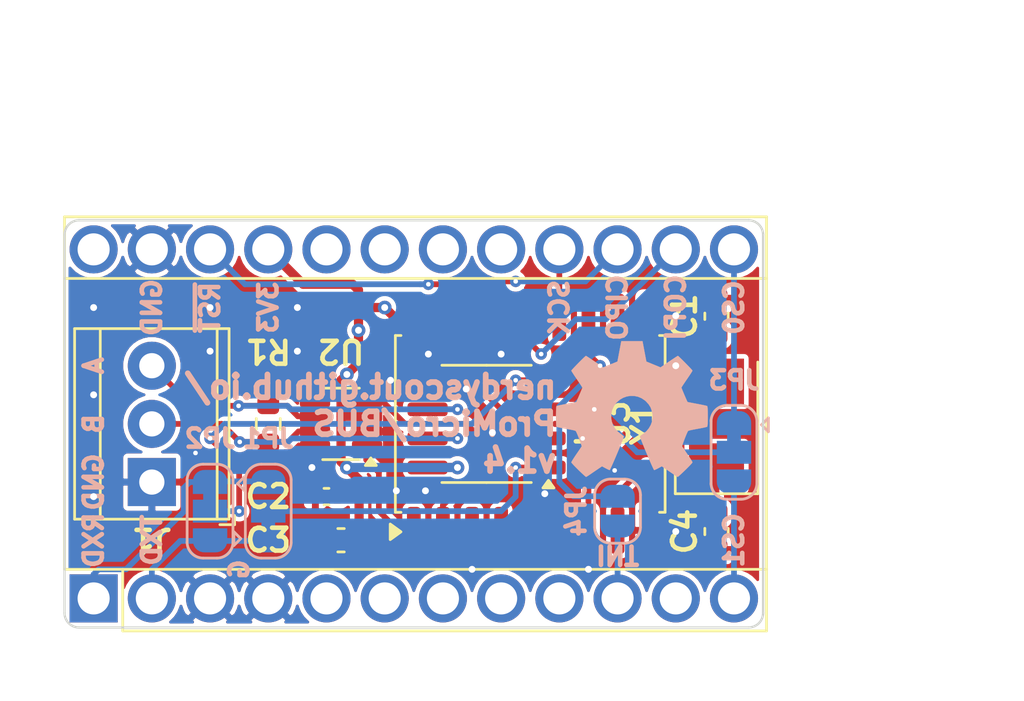
<source format=kicad_pcb>
(kicad_pcb (version 20240108) (generator "pcbnew") (generator_version "8.0")
  (title_block (title "BUS") (date "2020-10-12") (rev "v1.4") (company "nerdyscout"))
  (layers (0 "F.Cu" mixed) (31 "B.Cu" mixed) (34 "B.Paste" user) (35 "F.Paste" user) (36 "B.SilkS" user "B.Silkscreen") (37 "F.SilkS" user "F.Silkscreen") (38 "B.Mask" user) (39 "F.Mask" user) (44 "Edge.Cuts" user))
  (net 0 "")
  (net 1 "GND")
  (net 2 "+3V3")
  (net 3 "/A")
  (net 4 "/B")
  (net 5 "Net-(U2-Pad1)")
  (net 6 "Net-(JP1-Pad2)")
  (net 7 "Net-(JP2-Pad2)")
  (net 8 "Net-(C1-Pad2)")
  (net 9 "Net-(U2-Pad4)")
  (net 10 "RXD")
  (net 11 "TXD")
  (net 12 "CS0")
  (net 13 "COPI")
  (net 14 "CIPO")
  (net 15 "SCK")
  (net 16 "INT")
  (net 17 "CS1")
  (net 18 "~{RST}")
  (net 19 "Net-(C4-Pad1)")
  (net 20 "CS")
  (net 21 "Net-(JP4-Pad1)")
  (footprint "Resistor_SMD:R_0603_1608Metric" (layer "F.Cu") (at 114.3 96.52 90)
    (property "Reference" "R1" (at 3.175 0 180) (layer "F.SilkS") (effects (font (thickness 0.2))))
    (property "Value" "120" (hide yes))
    (fp_line (start -0.237258 -0.5225) (end 0.237258 -0.5225) (stroke (width 0.12)) (layer "F.SilkS"))
    (fp_line (start -0.237258 0.5225) (end 0.237258 0.5225) (stroke (width 0.12)) (layer "F.SilkS"))
    (pad "1" smd roundrect (at -0.825 0 90) (size 0.8 0.95) (layers "F.Cu" "F.Paste" "F.Mask") (net 4 "/B"))
    (pad "2" smd roundrect (at 0.825 0 90) (size 0.8 0.95) (layers "F.Cu" "F.Paste" "F.Mask") (net 3 "/A"))
  )
  (footprint "Package_TO_SOT_SMD:SOT-23-8" (layer "F.Cu") (at 117.475 96.52 180)
    (property "Reference" "U2" (at 0 3.175 180) (layer "F.SilkS") (effects (font (thickness 0.2))))
    (property "Value" "MAX3051" (hide yes))
    (fp_line (start 0 1.56) (end 0.8 1.56) (stroke (width 0.12)) (layer "F.SilkS"))
    (fp_line (start 0 1.56) (end -0.8 1.56) (stroke (width 0.12)) (layer "F.SilkS"))
    (fp_line (start 0 -1.56) (end 0.8 -1.56) (stroke (width 0.12)) (layer "F.SilkS"))
    (fp_line (start 0 -1.56) (end -0.8 -1.56) (stroke (width 0.12)) (layer "F.SilkS"))
    (fp_poly (pts (xy -1.3 -1.485) (xy -1.54 -1.815) (xy -1.06 -1.815) (xy -1.3 -1.485)) (stroke (width 0.12)) (fill solid) (layer "F.SilkS"))
    (pad "1" smd roundrect (at -1.1375 -0.975 180) (size 1.325 0.5) (layers "F.Cu" "F.Paste" "F.Mask") (net 5 "Net-(U2-Pad1)"))
    (pad "2" smd roundrect (at -1.1375 -0.325 180) (size 1.325 0.5) (layers "F.Cu" "F.Paste" "F.Mask") (net 1 "GND"))
    (pad "3" smd roundrect (at -1.1375 0.325 180) (size 1.325 0.5) (layers "F.Cu" "F.Paste" "F.Mask") (net 2 "+3V3"))
    (pad "4" smd roundrect (at -1.1375 0.975 180) (size 1.325 0.5) (layers "F.Cu" "F.Paste" "F.Mask") (net 9 "Net-(U2-Pad4)"))
    (pad "5" smd roundrect (at 1.1375 0.975 180) (size 1.325 0.5) (layers "F.Cu" "F.Paste" "F.Mask"))
    (pad "6" smd roundrect (at 1.1375 0.325 180) (size 1.325 0.5) (layers "F.Cu" "F.Paste" "F.Mask") (net 3 "/A"))
    (pad "7" smd roundrect (at 1.1375 -0.325 180) (size 1.325 0.5) (layers "F.Cu" "F.Paste" "F.Mask") (net 4 "/B"))
    (pad "8" smd roundrect (at 1.1375 -0.975 180) (size 1.325 0.5) (layers "F.Cu" "F.Paste" "F.Mask") (net 1 "GND"))
  )
  (footprint "Capacitor_SMD:C_0603_1608Metric" (layer "F.Cu") (at 133.858 101.219 -90)
    (property "Reference" "C4" (at 0 1.397 90) (layer "F.SilkS") (effects (font (thickness 0.2))))
    (property "Value" "C" (hide yes))
    (fp_line (start -0.14058 0.51) (end 0.14058 0.51) (stroke (width 0.12)) (layer "F.SilkS"))
    (fp_line (start -0.14058 -0.51) (end 0.14058 -0.51) (stroke (width 0.12)) (layer "F.SilkS"))
    (pad "1" smd roundrect (at -0.775 0 270) (size 0.9 0.95) (layers "F.Cu" "F.Paste" "F.Mask") (net 19 "Net-(C4-Pad1)"))
    (pad "2" smd roundrect (at 0.775 0 270) (size 0.9 0.95) (layers "F.Cu" "F.Paste" "F.Mask") (net 1 "GND"))
  )
  (footprint "Crystal:Crystal_SMD_5032-2Pin_5.0x3.2mm" (layer "F.Cu") (at 133.858 96.52 90)
    (property "Reference" "Y1" (at 0 -3.175 90) (layer "F.SilkS") (effects (font (thickness 0.2))))
    (property "Value" "Crystal" (hide yes))
    (fp_line (start 2.7 -1.8) (end -3.05 -1.8) (stroke (width 0.12)) (layer "F.SilkS"))
    (fp_line (start -3.05 -1.8) (end -3.05 1.8) (stroke (width 0.12)) (layer "F.SilkS"))
    (fp_line (start -3.05 1.8) (end 2.7 1.8) (stroke (width 0.12)) (layer "F.SilkS"))
    (pad "1" smd rect (at -1.85 0 90) (size 2 2.4) (layers "F.Cu" "F.Paste" "F.Mask") (net 19 "Net-(C4-Pad1)"))
    (pad "2" smd rect (at 1.85 0 90) (size 2 2.4) (layers "F.Cu" "F.Paste" "F.Mask") (net 8 "Net-(C1-Pad2)"))
  )
  (footprint "Capacitor_SMD:C_0603_1608Metric" (layer "F.Cu") (at 133.858 91.821 -90)
    (property "Reference" "C1" (at 0 1.397 90) (layer "F.SilkS") (effects (font (thickness 0.2))))
    (property "Value" "C" (hide yes))
    (fp_line (start -0.14058 0.51) (end 0.14058 0.51) (stroke (width 0.12)) (layer "F.SilkS"))
    (fp_line (start -0.14058 -0.51) (end 0.14058 -0.51) (stroke (width 0.12)) (layer "F.SilkS"))
    (pad "1" smd roundrect (at -0.775 0 270) (size 0.9 0.95) (layers "F.Cu" "F.Paste" "F.Mask") (net 1 "GND"))
    (pad "2" smd roundrect (at 0.775 0 270) (size 0.9 0.95) (layers "F.Cu" "F.Paste" "F.Mask") (net 8 "Net-(C1-Pad2)"))
  )
  (footprint "Package_SO:SO-8_3.9x4.9mm_P1.27mm" (layer "F.Cu") (at 123.825 96.52 180)
    (property "Reference" "U1" (at -4.445 0 -90) (layer "F.SilkS") (effects (font (thickness 0.2))))
    (property "Value" "MAX3483" (hide yes))
    (fp_line (start 0 2.56) (end 1.95 2.56) (stroke (width 0.12)) (layer "F.SilkS"))
    (fp_line (start 0 2.56) (end -1.95 2.56) (stroke (width 0.12)) (layer "F.SilkS"))
    (fp_line (start 0 -2.56) (end 1.95 -2.56) (stroke (width 0.12)) (layer "F.SilkS"))
    (fp_line (start 0 -2.56) (end -1.95 -2.56) (stroke (width 0.12)) (layer "F.SilkS"))
    (fp_poly (pts (xy -2.7 -2.465) (xy -2.94 -2.795) (xy -2.46 -2.795) (xy -2.7 -2.465)) (stroke (width 0.12)) (fill solid) (layer "F.SilkS"))
    (pad "1" smd roundrect (at -2.575 -1.905 180) (size 1.75 0.6) (layers "F.Cu" "F.Paste" "F.Mask") (net 6 "Net-(JP1-Pad2)"))
    (pad "2" smd roundrect (at -2.575 -0.635 180) (size 1.75 0.6) (layers "F.Cu" "F.Paste" "F.Mask") (net 20 "CS"))
    (pad "3" smd roundrect (at -2.575 0.635 180) (size 1.75 0.6) (layers "F.Cu" "F.Paste" "F.Mask") (net 20 "CS"))
    (pad "4" smd roundrect (at -2.575 1.905 180) (size 1.75 0.6) (layers "F.Cu" "F.Paste" "F.Mask") (net 7 "Net-(JP2-Pad2)"))
    (pad "5" smd roundrect (at 2.575 1.905 180) (size 1.75 0.6) (layers "F.Cu" "F.Paste" "F.Mask") (net 1 "GND"))
    (pad "6" smd roundrect (at 2.575 0.635 180) (size 1.75 0.6) (layers "F.Cu" "F.Paste" "F.Mask") (net 3 "/A"))
    (pad "7" smd roundrect (at 2.575 -0.635 180) (size 1.75 0.6) (layers "F.Cu" "F.Paste" "F.Mask") (net 4 "/B"))
    (pad "8" smd roundrect (at 2.575 -1.905 180) (size 1.75 0.6) (layers "F.Cu" "F.Paste" "F.Mask") (net 2 "+3V3"))
  )
  (footprint "Package_SO:SOIC-18W_7.5x11.6mm_P1.27mm" (layer "F.Cu") (at 125.73 96.52 90)
    (property "Reference" "U3" (at 0 3.81 90) (layer "F.SilkS") (effects (font (thickness 0.2))))
    (property "Value" "MCP2515-xSO" (hide yes))
    (fp_line (start 3.86 -5.885) (end 3.86 -5.64) (stroke (width 0.12)) (layer "F.SilkS"))
    (fp_line (start 0 -5.885) (end 3.86 -5.885) (stroke (width 0.12)) (layer "F.SilkS"))
    (fp_line (start 0 -5.885) (end -3.86 -5.885) (stroke (width 0.12)) (layer "F.SilkS"))
    (fp_line (start -3.86 -5.885) (end -3.86 -5.64) (stroke (width 0.12)) (layer "F.SilkS"))
    (fp_line (start 3.86 5.885) (end 3.86 5.64) (stroke (width 0.12)) (layer "F.SilkS"))
    (fp_line (start 0 5.885) (end 3.86 5.885) (stroke (width 0.12)) (layer "F.SilkS"))
    (fp_line (start 0 5.885) (end -3.86 5.885) (stroke (width 0.12)) (layer "F.SilkS"))
    (fp_line (start -3.86 5.885) (end -3.86 5.64) (stroke (width 0.12)) (layer "F.SilkS"))
    (fp_poly (pts (xy -4.7125 -5.64) (xy -5.0525 -6.11) (xy -4.3725 -6.11) (xy -4.7125 -5.64)) (stroke (width 0.12)) (fill solid) (layer "F.SilkS"))
    (pad "1" smd roundrect (at -4.65 -5.08 90) (size 2.05 0.6) (layers "F.Cu" "F.Paste" "F.Mask") (net 5 "Net-(U2-Pad1)"))
    (pad "2" smd roundrect (at -4.65 -3.81 90) (size 2.05 0.6) (layers "F.Cu" "F.Paste" "F.Mask") (net 9 "Net-(U2-Pad4)"))
    (pad "3" smd roundrect (at -4.65 -2.54 90) (size 2.05 0.6) (layers "F.Cu" "F.Paste" "F.Mask"))
    (pad "4" smd roundrect (at -4.65 -1.27 90) (size 2.05 0.6) (layers "F.Cu" "F.Paste" "F.Mask"))
    (pad "5" smd roundrect (at -4.65 0 90) (size 2.05 0.6) (layers "F.Cu" "F.Paste" "F.Mask"))
    (pad "6" smd roundrect (at -4.65 1.27 90) (size 2.05 0.6) (layers "F.Cu" "F.Paste" "F.Mask"))
    (pad "7" smd roundrect (at -4.65 2.54 90) (size 2.05 0.6) (layers "F.Cu" "F.Paste" "F.Mask") (net 8 "Net-(C1-Pad2)"))
    (pad "8" smd roundrect (at -4.65 3.81 90) (size 2.05 0.6) (layers "F.Cu" "F.Paste" "F.Mask") (net 19 "Net-(C4-Pad1)"))
    (pad "9" smd roundrect (at -4.65 5.08 90) (size 2.05 0.6) (layers "F.Cu" "F.Paste" "F.Mask") (net 1 "GND"))
    (pad "10" smd roundrect (at 4.65 5.08 90) (size 2.05 0.6) (layers "F.Cu" "F.Paste" "F.Mask"))
    (pad "11" smd roundrect (at 4.65 3.81 90) (size 2.05 0.6) (layers "F.Cu" "F.Paste" "F.Mask"))
    (pad "12" smd roundrect (at 4.65 2.54 90) (size 2.05 0.6) (layers "F.Cu" "F.Paste" "F.Mask") (net 21 "Net-(JP4-Pad1)"))
    (pad "13" smd roundrect (at 4.65 1.27 90) (size 2.05 0.6) (layers "F.Cu" "F.Paste" "F.Mask") (net 15 "SCK"))
    (pad "14" smd roundrect (at 4.65 0 90) (size 2.05 0.6) (layers "F.Cu" "F.Paste" "F.Mask") (net 13 "COPI"))
    (pad "15" smd roundrect (at 4.65 -1.27 90) (size 2.05 0.6) (layers "F.Cu" "F.Paste" "F.Mask") (net 14 "CIPO"))
    (pad "16" smd roundrect (at 4.65 -2.54 90) (size 2.05 0.6) (layers "F.Cu" "F.Paste" "F.Mask") (net 20 "CS"))
    (pad "17" smd roundrect (at 4.65 -3.81 90) (size 2.05 0.6) (layers "F.Cu" "F.Paste" "F.Mask") (net 18 "~{RST}"))
    (pad "18" smd roundrect (at 4.65 -5.08 90) (size 2.05 0.6) (layers "F.Cu" "F.Paste" "F.Mask") (net 2 "+3V3"))
  )
  (footprint "TerminalBlock_TE-Connectivity:TerminalBlock_TE_282834-3_1x03_P2.54mm_Horizontal" (layer "F.Cu") (at 109.22 99.06 90)
    (property "Reference" "J1" (at -2.54 0 180) (layer "F.SilkS") (effects (font (thickness 0.2))))
    (property "Value" "Conn_01x03" (hide yes))
    (fp_line (start 6.7 -3.37) (end 6.7 3.37) (stroke (width 0.12)) (layer "F.SilkS"))
    (fp_line (start -1.62 -3.37) (end 6.7 -3.37) (stroke (width 0.12)) (layer "F.SilkS"))
    (fp_line (start -1.62 -3.37) (end -1.62 3.37) (stroke (width 0.12)) (layer "F.SilkS"))
    (fp_line (start -1.62 -2.25) (end 6.7 -2.25) (stroke (width 0.12)) (layer "F.SilkS"))
    (fp_line (start -1.62 2.85) (end 6.7 2.85) (stroke (width 0.12)) (layer "F.SilkS"))
    (fp_line (start -1.86 2.97) (end -1.86 3.61) (stroke (width 0.12)) (layer "F.SilkS"))
    (fp_line (start -1.62 3.37) (end 6.7 3.37) (stroke (width 0.12)) (layer "F.SilkS"))
    (fp_line (start -1.86 3.61) (end -1.46 3.61) (stroke (width 0.12)) (layer "F.SilkS"))
    (pad "1" thru_hole rect (at 0 0 90) (size 2.1 2.1) (drill 1.1) (layers "*.Cu" "*.Mask") (net 1 "GND"))
    (pad "2" thru_hole circle (at 2.54 0 90) (size 2.1 2.1) (drill 1.1) (layers "*.Cu" "*.Mask") (net 4 "/B"))
    (pad "3" thru_hole circle (at 5.08 0 90) (size 2.1 2.1) (drill 1.1) (layers "*.Cu" "*.Mask") (net 3 "/A"))
  )
  (footprint "Module:Sparkfun_Pro_Micro" (layer "F.Cu") (at 106.68 104.14 90)
    (property "Reference" "A1" (hide yes))
    (property "Value" "Sparkfun_Pro_Micro")
    (fp_line (start 16.66 -1.27) (end 1.27 -1.27) (stroke (width 0.12)) (layer "F.SilkS"))
    (fp_line (start 13.97 -1.27) (end 13.97 29.36) (stroke (width 0.12)) (layer "F.SilkS"))
    (fp_line (start 1.27 -1.27) (end 1.27 29.36) (stroke (width 0.12)) (layer "F.SilkS"))
    (fp_line (start 1.27 1.27) (end -1.42 1.27) (stroke (width 0.12)) (layer "F.SilkS"))
    (fp_line (start -1.42 1.27) (end -1.42 29.36) (stroke (width 0.12)) (layer "F.SilkS"))
    (fp_line (start 16.66 29.36) (end 16.66 -1.27) (stroke (width 0.12)) (layer "F.SilkS"))
    (fp_line (start -1.42 29.36) (end 16.66 29.36) (stroke (width 0.12)) (layer "F.SilkS"))
    (pad "1" thru_hole rect (at 0 0 90) (size 2.1 2.1) (drill 1.4) (layers "*.Cu" "*.Mask") (net 10 "RXD"))
    (pad "2" thru_hole circle (at 0 2.54 90) (size 2.1 2.1) (drill 1.4) (layers "*.Cu" "*.Mask") (net 11 "TXD"))
    (pad "3" thru_hole circle (at 0 5.08 90) (size 2.1 2.1) (drill 1.4) (layers "*.Cu" "*.Mask") (net 1 "GND"))
    (pad "4" thru_hole circle (at 0 7.62 90) (size 2.1 2.1) (drill 1.4) (layers "*.Cu" "*.Mask") (net 1 "GND"))
    (pad "5" thru_hole circle (at 0 10.16 90) (size 2.1 2.1) (drill 1.4) (layers "*.Cu" "*.Mask"))
    (pad "6" thru_hole circle (at 0 12.7 90) (size 2.1 2.1) (drill 1.4) (layers "*.Cu" "*.Mask"))
    (pad "7" thru_hole circle (at 0 15.24 90) (size 2.1 2.1) (drill 1.4) (layers "*.Cu" "*.Mask"))
    (pad "8" thru_hole circle (at 0 17.78 90) (size 2.1 2.1) (drill 1.4) (layers "*.Cu" "*.Mask"))
    (pad "9" thru_hole circle (at 0 20.32 90) (size 2.1 2.1) (drill 1.4) (layers "*.Cu" "*.Mask"))
    (pad "10" thru_hole circle (at 0 22.86 90) (size 2.1 2.1) (drill 1.4) (layers "*.Cu" "*.Mask") (net 16 "INT"))
    (pad "11" thru_hole circle (at 0 25.4 90) (size 2.1 2.1) (drill 1.4) (layers "*.Cu" "*.Mask"))
    (pad "12" thru_hole circle (at 0 27.94 90) (size 2.1 2.1) (drill 1.4) (layers "*.Cu" "*.Mask") (net 17 "CS1"))
    (pad "13" thru_hole circle (at 15.24 27.94 90) (size 2.1 2.1) (drill 1.4) (layers "*.Cu" "*.Mask") (net 12 "CS0"))
    (pad "14" thru_hole circle (at 15.24 25.4 90) (size 2.1 2.1) (drill 1.4) (layers "*.Cu" "*.Mask") (net 13 "COPI"))
    (pad "15" thru_hole circle (at 15.24 22.86 90) (size 2.1 2.1) (drill 1.4) (layers "*.Cu" "*.Mask") (net 14 "CIPO"))
    (pad "16" thru_hole circle (at 15.24 20.32 90) (size 2.1 2.1) (drill 1.4) (layers "*.Cu" "*.Mask") (net 15 "SCK"))
    (pad "17" thru_hole circle (at 15.24 17.78 90) (size 2.1 2.1) (drill 1.4) (layers "*.Cu" "*.Mask"))
    (pad "18" thru_hole circle (at 15.24 15.24 90) (size 2.1 2.1) (drill 1.4) (layers "*.Cu" "*.Mask"))
    (pad "19" thru_hole circle (at 15.24 12.7 90) (size 2.1 2.1) (drill 1.4) (layers "*.Cu" "*.Mask"))
    (pad "20" thru_hole circle (at 15.24 10.16 90) (size 2.1 2.1) (drill 1.4) (layers "*.Cu" "*.Mask"))
    (pad "21" thru_hole circle (at 15.24 7.62 90) (size 2.1 2.1) (drill 1.4) (layers "*.Cu" "*.Mask") (net 2 "+3V3"))
    (pad "22" thru_hole circle (at 15.24 5.08 90) (size 2.1 2.1) (drill 1.4) (layers "*.Cu" "*.Mask") (net 18 "~{RST}"))
    (pad "23" thru_hole circle (at 15.24 2.54 90) (size 2.1 2.1) (drill 1.4) (layers "*.Cu" "*.Mask") (net 1 "GND"))
    (pad "24" thru_hole circle (at 15.24 0 90) (size 2.1 2.1) (drill 1.4) (layers "*.Cu" "*.Mask"))
  )
  (footprint "Capacitor_SMD:C_0402_1005Metric" (layer "F.Cu") (at 116.84 99.695 180)
    (property "Reference" "C2" (at 2.54 0 0) (layer "F.SilkS") (effects (font (thickness 0.2))))
    (property "Value" "100n")
    (fp_line (start -0.107836 0.36) (end 0.107836 0.36) (stroke (width 0.12)) (layer "F.SilkS"))
    (fp_line (start -0.107836 -0.36) (end 0.107836 -0.36) (stroke (width 0.12)) (layer "F.SilkS"))
    (pad "1" smd roundrect (at -0.48 0 180) (size 0.56 0.62) (layers "F.Cu" "F.Paste" "F.Mask") (net 2 "+3V3"))
    (pad "2" smd roundrect (at 0.48 0 180) (size 0.56 0.62) (layers "F.Cu" "F.Paste" "F.Mask") (net 1 "GND"))
  )
  (footprint "Capacitor_SMD:C_0603_1608Metric" (layer "F.Cu") (at 117.475 101.6 180)
    (property "Reference" "C3" (at 3.175 0 0) (layer "F.SilkS") (effects (font (thickness 0.2))))
    (property "Value" "10µ")
    (fp_line (start -0.14058 0.51) (end 0.14058 0.51) (stroke (width 0.12)) (layer "F.SilkS"))
    (fp_line (start -0.14058 -0.51) (end 0.14058 -0.51) (stroke (width 0.12)) (layer "F.SilkS"))
    (pad "1" smd roundrect (at -0.775 0 180) (size 0.9 0.95) (layers "F.Cu" "F.Paste" "F.Mask") (net 2 "+3V3"))
    (pad "2" smd roundrect (at 0.775 0 180) (size 0.9 0.95) (layers "F.Cu" "F.Paste" "F.Mask") (net 1 "GND"))
  )
  (footprint "Symbol:OSHW-Symbol_6.7x6mm_SilkScreen" (layer "B.Cu") (at 130.175 95.885 180)
    (property "Reference" "LOGO1" (hide yes))
    (property "Value" "Logo_Open_Hardware_Small" (hide yes))
    (fp_poly (pts (xy 0.555814 2.531069) (xy 0.639635 2.086445) (xy 0.94892 1.958947) (xy 1.258206 1.831449) (xy 1.629246 2.083754) (xy 1.733157 2.154004) (xy 1.827087 2.216728) (xy 1.906652 2.269062) (xy 1.96747 2.308143) (xy 2.005157 2.331107) (xy 2.015421 2.336058) (xy 2.03391 2.323324) (xy 2.07342 2.288118) (xy 2.129522 2.234938) (xy 2.197787 2.168282) (xy 2.273786 2.092646) (xy 2.353092 2.012528) (xy 2.431275 1.932426) (xy 2.503907 1.856836) (xy 2.566559 1.790255) (xy 2.614803 1.737182) (xy 2.64421 1.702113) (xy 2.651241 1.690377) (xy 2.641123 1.66874) (xy 2.612759 1.621338) (xy 2.569129 1.552807) (xy 2.513218 1.467785) (xy 2.448006 1.370907) (xy 2.410219 1.31565) (xy 2.341343 1.214752) (xy 2.28014 1.123701) (xy 2.229578 1.04703) (xy 2.192628 0.989272) (xy 2.172258 0.954957) (xy 2.169197 0.947746) (xy 2.176136 0.927252) (xy 2.195051 0.879487) (xy 2.223087 0.811168) (xy 2.257391 0.729011) (xy 2.295109 0.63973) (xy 2.333387 0.550042) (xy 2.36937 0.466662) (xy 2.400206 0.396306) (xy 2.423039 0.34569) (xy 2.435017 0.321529) (xy 2.435724 0.320578) (xy 2.454531 0.315964) (xy 2.504618 0.305672) (xy 2.580793 0.290713) (xy 2.677865 0.272099) (xy 2.790643 0.250841) (xy 2.856442 0.238582) (xy 2.97695 0.215638) (xy 3.085797 0.193805) (xy 3.177476 0.174278) (xy 3.246481 0.158252) (xy 3.287304 0.146921) (xy 3.295511 0.143326) (xy 3.303548 0.118994) (xy 3.310033 0.064041) (xy 3.31497 -0.015108) (xy 3.318364 -0.112026) (xy 3.320218 -0.220287) (xy 3.320538 -0.333465) (xy 3.319327 -0.445135) (xy 3.31659 -0.548868) (xy 3.312331 -0.638241) (xy 3.306555 -0.706826) (xy 3.299267 -0.748197) (xy 3.294895 -0.75681) (xy 3.268764 -0.767133) (xy 3.213393 -0.781892) (xy 3.136107 -0.799352) (xy 3.04423 -0.81778) (xy 3.012158 -0.823741) (xy 2.857524 -0.852066) (xy 2.735375 -0.874876) (xy 2.641673 -0.89308) (xy 2.572384 -0.907583) (xy 2.523471 -0.919292) (xy 2.490897 -0.929115) (xy 2.470628 -0.937956) (xy 2.458626 -0.946724) (xy 2.456947 -0.948457) (xy 2.440184 -0.976371) (xy 2.414614 -1.030695) (xy 2.382788 -1.104777) (xy 2.34726 -1.191965) (xy 2.310583 -1.285608) (xy 2.275311 -1.379052) (xy 2.243996 -1.465647) (xy 2.219193 -1.53874) (xy 2.203454 -1.591678) (xy 2.199332 -1.617811) (xy 2.199676 -1.618726) (xy 2.213641 -1.640086) (xy 2.245322 -1.687084) (xy 2.291391 -1.754827) (xy 2.348518 -1.838423) (xy 2.413373 -1.932982) (xy 2.431843 -1.959854) (xy 2.497699 -2.057275) (xy 2.55565 -2.146163) (xy 2.602538 -2.221412) (xy 2.635207 -2.27792) (xy 2.6505 -2.310581) (xy 2.651241 -2.314593) (xy 2.638392 -2.335684) (xy 2.602888 -2.377464) (xy 2.549293 -2.435445) (xy 2.482171 -2.505135) (xy 2.406087 -2.582045) (xy 2.325604 -2.661683) (xy 2.245287 -2.739561) (xy 2.169699 -2.811186) (xy 2.103405 -2.87207) (xy 2.050969 -2.917721) (xy 2.016955 -2.94365) (xy 2.007545 -2.947883) (xy 1.985643 -2.937912) (xy 1.9408 -2.91102) (xy 1.880321 -2.871736) (xy 1.833789 -2.840117) (xy 1.749475 -2.782098) (xy 1.649626 -2.713784) (xy 1.549473 -2.645579) (xy 1.495627 -2.609075) (xy 1.313371 -2.4858) (xy 1.160381 -2.56852) (xy 1.090682 -2.604759) (xy 1.031414 -2.632926) (xy 0.991311 -2.648991) (xy 0.981103 -2.651226) (xy 0.968829 -2.634722) (xy 0.944613 -2.588082) (xy 0.910263 -2.515609) (xy 0.867588 -2.421606) (xy 0.818394 -2.310374) (xy 0.76449 -2.186215) (xy 0.707684 -2.053432) (xy 0.649782 -1.916327) (xy 0.592593 -1.779202) (xy 0.537924 -1.646358) (xy 0.487584 -1.522098) (xy 0.44338 -1.410725) (xy 0.407119 -1.316539) (xy 0.380609 -1.243844) (xy 0.365658 -1.196941) (xy 0.363254 -1.180833) (xy 0.382311 -1.160286) (xy 0.424036 -1.126933) (xy 0.479706 -1.087702) (xy 0.484378 -1.084599) (xy 0.628264 -0.969423) (xy 0.744283 -0.835053) (xy 0.83143 -0.685784) (xy 0.888699 -0.525913) (xy 0.915086 -0.359737) (xy 0.909585 -0.191552) (xy 0.87119 -0.025655) (xy 0.798895 0.133658) (xy 0.777626 0.168513) (xy 0.666996 0.309263) (xy 0.536302 0.422286) (xy 0.390064 0.506997) (xy 0.232808 0.562806) (xy 0.069057 0.589126) (xy -0.096667 0.58537) (xy -0.259838 0.55095) (xy -0.415935 0.485277) (xy -0.560433 0.387765) (xy -0.605131 0.348187) (xy -0.718888 0.224297) (xy -0.801782 0.093876) (xy -0.858644 -0.052315) (xy -0.890313 -0.197088) (xy -0.898131 -0.35986) (xy -0.872062 -0.52344) (xy -0.814755 -0.682298) (xy -0.728856 -0.830906) (xy -0.617014 -0.963735) (xy -0.481877 -1.075256) (xy -0.464117 -1.087011) (xy -0.40785 -1.125508) (xy -0.365077 -1.158863) (xy -0.344628 -1.18016) (xy -0.344331 -1.180833) (xy -0.348721 -1.203871) (xy -0.366124 -1.256157) (xy -0.394732 -1.33339) (xy -0.432735 -1.431268) (xy -0.478326 -1.545491) (xy -0.529697 -1.671758) (xy -0.585038 -1.805767) (xy -0.642542 -1.943218) (xy -0.700399 -2.079808) (xy -0.756802 -2.211237) (xy -0.809942 -2.333205) (xy -0.85801 -2.441409) (xy -0.899199 -2.531549) (xy -0.931699 -2.599323) (xy -0.953703 -2.64043) (xy -0.962564 -2.651226) (xy -0.98964 -2.642819) (xy -1.040303 -2.620272) (xy -1.105817 -2.587613) (xy -1.141841 -2.56852) (xy -1.294832 -2.4858) (xy -1.477088 -2.609075) (xy -1.570125 -2.672228) (xy -1.671985 -2.741727) (xy -1.767438 -2.807165) (xy -1.81525 -2.840117) (xy -1.882495 -2.885273) (xy -1.939436 -2.921057) (xy -1.978646 -2.942938) (xy -1.991381 -2.947563) (xy -2.009917 -2.935085) (xy -2.050941 -2.900252) (xy -2.110475 -2.846678) (xy -2.184542 -2.777983) (xy -2.269165 -2.697781) (xy -2.322685 -2.646286) (xy -2.416319 -2.554286) (xy -2.497241 -2.471999) (xy -2.562177 -2.402945) (xy -2.607858 -2.350644) (xy -2.631011 -2.318616) (xy -2.633232 -2.312116) (xy -2.622924 -2.287394) (xy -2.594439 -2.237405) (xy -2.550937 -2.167212) (xy -2.495577 -2.081875) (xy -2.43152 -1.986456) (xy -2.413303 -1.959854) (xy -2.346927 -1.863167) (xy -2.287378 -1.776117) (xy -2.237984 -1.703595) (xy -2.202075 -1.650493) (xy -2.182981 -1.621703) (xy -2.181136 -1.618726) (xy -2.183895 -1.595782) (xy -2.198538 -1.545336) (xy -2.222513 -1.474041) (xy -2.253266 -1.388547) (xy -2.288244 -1.295507) (xy -2.324893 -1.201574) (xy -2.360661 -1.113399) (xy -2.392994 -1.037634) (xy -2.419338 -0.980931) (xy -2.437142 -0.949943) (xy -2.438407 -0.948457) (xy -2.449294 -0.939601) (xy -2.467682 -0.930843) (xy -2.497606 -0.921277) (xy -2.543103 -0.909996) (xy -2.608209 -0.896093) (xy -2.696961 -0.878663) (xy -2.813393 -0.856798) (xy -2.961542 -0.829591) (xy -2.993618 -0.823741) (xy -3.088686 -0.805374) (xy -3.171565 -0.787405) (xy -3.23493 -0.771569) (xy -3.271458 -0.7596) (xy -3.276356 -0.75681) (xy -3.284427 -0.732072) (xy -3.290987 -0.67679) (xy -3.296033 -0.597389) (xy -3.299559 -0.500296) (xy -3.301561 -0.391938) (xy -3.302036 -0.27874) (xy -3.300977 -0.167128) (xy -3.298382 -0.063529) (xy -3.294246 0.025632) (xy -3.288563 0.093928) (xy -3.281331 0.134934) (xy -3.276971 0.143326) (xy -3.252698 0.151792) (xy -3.197426 0.165565) (xy -3.116662 0.18345) (xy -3.015912 0.204252) (xy -2.900683 0.226777) (xy -2.837902 0.238582) (xy -2.718787 0.260849) (xy -2.612565 0.281021) (xy -2.524427 0.298085) (xy -2.459566 0.311031) (xy -2.423174 0.318845) (xy -2.417184 0.320578) (xy -2.407061 0.34011) (xy -2.385662 0.387157) (xy -2.355839 0.454997) (xy -2.320445 0.536909) (xy -2.282332 0.626172) (xy -2.244353 0.716065) (xy -2.20936 0.799865) (xy -2.180206 0.870853) (xy -2.159743 0.922306) (xy -2.150823 0.947503) (xy -2.150657 0.948604) (xy -2.160769 0.968481) (xy -2.189117 1.014223) (xy -2.232723 1.081283) (xy -2.288606 1.165116) (xy -2.353787 1.261174) (xy -2.391679 1.31635) (xy -2.460725 1.417519) (xy -2.52205 1.50937) (xy -2.572663 1.587256) (xy -2.609571 1.646531) (xy -2.629782 1.682549) (xy -2.632701 1.690623) (xy -2.620153 1.709416) (xy -2.585463 1.749543) (xy -2.533063 1.806507) (xy -2.467384 1.875815) (xy -2.392856 1.952969) (xy -2.313913 2.033475) (xy -2.234983 2.112837) (xy -2.1605 2.18656) (xy -2.094894 2.250148) (xy -2.042596 2.299106) (xy -2.008039 2.328939) (xy -1.996478 2.336058) (xy -1.977654 2.326047) (xy -1.932631 2.297922) (xy -1.865787 2.254546) (xy -1.781499 2.198782) (xy -1.684144 2.133494) (xy -1.610707 2.083754) (xy -1.239667 1.831449) (xy -0.621095 2.086445) (xy -0.537275 2.531069) (xy -0.453454 2.975693) (xy 0.471994 2.975693) (xy 0.555814 2.531069)) (stroke (width 0.01)) (fill solid) (layer "B.SilkS"))
  )
  (footprint "Jumper:SolderJumper-3_P1.3mm_Bridged12_RoundedPad1.0x1.5mm" (layer "B.Cu") (at 111.76 100.33 -90)
    (property "Reference" "JP2" (at -3.175 0 0) (layer "B.SilkS") (effects (font (size 0.8 0.8) (thickness 0.2)) (justify mirror)))
    (property "Value" "SolderJumper_3_Bridged12" (hide yes))
    (fp_poly (pts (xy -0.9 0.3) (xy -0.4 0.3) (xy -0.4 -0.3) (xy -0.9 -0.3)) (fill solid) (layer "B.Cu"))
    (fp_line (start 1.4 1) (end -1.4 1) (stroke (width 0.12)) (layer "B.SilkS"))
    (fp_line (start -2.05 0.3) (end -2.05 -0.3) (stroke (width 0.12)) (layer "B.SilkS"))
    (fp_line (start 2.05 -0.3) (end 2.05 0.3) (stroke (width 0.12)) (layer "B.SilkS"))
    (fp_line (start -1.4 -1) (end 1.4 -1) (stroke (width 0.12)) (layer "B.SilkS"))
    (fp_line (start -1.5 -1.5) (end -1.2 -1.2) (stroke (width 0.12)) (layer "B.SilkS"))
    (fp_line (start -0.9 -1.5) (end -1.2 -1.2) (stroke (width 0.12)) (layer "B.SilkS"))
    (fp_line (start -0.9 -1.5) (end -1.5 -1.5) (stroke (width 0.12)) (layer "B.SilkS"))
    (fp_arc (start -1.35 1) (mid -1.844975 0.794975) (end -2.05 0.3) (stroke (width 0.12)) (layer "B.SilkS"))
    (fp_arc (start 2.05 0.3) (mid 1.844975 0.794975) (end 1.35 1) (stroke (width 0.12)) (layer "B.SilkS"))
    (fp_arc (start -2.05 -0.3) (mid -1.844975 -0.794975) (end -1.35 -1) (stroke (width 0.12)) (layer "B.SilkS"))
    (fp_arc (start 1.35 -1) (mid 1.844975 -0.794975) (end 2.05 -0.3) (stroke (width 0.12)) (layer "B.SilkS"))
    (pad "1" smd custom (at -1.3 0 270) (size 1 0.5) (layers "B.Cu" "B.Mask") (net 10 "RXD") (options (clearance outline) (anchor rect)) (primitives (gr_circle (center 0 -0.25) (end 0.5 -0.25) (width 0) (fill yes)) (gr_circle (center 0 0.25) (end 0.5 0.25) (width 0) (fill yes)) (gr_poly (pts (xy 0.55 -0.75) (xy 0 -0.75) (xy 0 0.75) (xy 0.55 0.75)) (width 0) (fill yes))))
    (pad "2" smd rect (at 0 0 270) (size 1 1.5) (layers "B.Cu" "B.Mask") (net 7 "Net-(JP2-Pad2)"))
    (pad "3" smd custom (at 1.3 0 270) (size 1 0.5) (layers "B.Cu" "B.Mask") (net 11 "TXD") (options (clearance outline) (anchor rect)) (primitives (gr_circle (center 0 -0.25) (end 0.5 -0.25) (width 0) (fill yes)) (gr_circle (center 0 0.25) (end 0.5 0.25) (width 0) (fill yes)) (gr_poly (pts (xy 0 -0.75) (xy -0.55 -0.75) (xy -0.55 0.75) (xy 0 0.75)) (width 0) (fill yes))))
  )
  (footprint "Jumper:SolderJumper-3_P1.3mm_Bridged12_RoundedPad1.0x1.5mm" (layer "B.Cu") (at 114.3 100.33 90)
    (property "Reference" "JP1" (at 3.175 0 0) (layer "B.SilkS") (effects (font (size 0.8 0.8) (thickness 0.2)) (justify mirror)))
    (property "Value" "SolderJumper_3_Bridged12" (hide yes))
    (fp_poly (pts (xy -0.9 0.3) (xy -0.4 0.3) (xy -0.4 -0.3) (xy -0.9 -0.3)) (fill solid) (layer "B.Cu"))
    (fp_line (start -0.9 -1.5) (end -1.5 -1.5) (stroke (width 0.12)) (layer "B.SilkS"))
    (fp_line (start -0.9 -1.5) (end -1.2 -1.2) (stroke (width 0.12)) (layer "B.SilkS"))
    (fp_line (start -1.5 -1.5) (end -1.2 -1.2) (stroke (width 0.12)) (layer "B.SilkS"))
    (fp_line (start -1.4 -1) (end 1.4 -1) (stroke (width 0.12)) (layer "B.SilkS"))
    (fp_line (start 2.05 -0.3) (end 2.05 0.3) (stroke (width 0.12)) (layer "B.SilkS"))
    (fp_line (start -2.05 0.3) (end -2.05 -0.3) (stroke (width 0.12)) (layer "B.SilkS"))
    (fp_line (start 1.4 1) (end -1.4 1) (stroke (width 0.12)) (layer "B.SilkS"))
    (fp_arc (start 1.35 -1) (mid 1.844975 -0.794975) (end 2.05 -0.3) (stroke (width 0.12)) (layer "B.SilkS"))
    (fp_arc (start -2.05 -0.3) (mid -1.844975 -0.794975) (end -1.35 -1) (stroke (width 0.12)) (layer "B.SilkS"))
    (fp_arc (start 2.05 0.3) (mid 1.844975 0.794975) (end 1.35 1) (stroke (width 0.12)) (layer "B.SilkS"))
    (fp_arc (start -1.35 1) (mid -1.844975 0.794975) (end -2.05 0.3) (stroke (width 0.12)) (layer "B.SilkS"))
    (pad "1" smd custom (at -1.3 0 90) (size 1 0.5) (layers "B.Cu" "B.Mask") (net 11 "TXD") (options (clearance outline) (anchor rect)) (primitives (gr_circle (center 0 -0.25) (end 0.5 -0.25) (width 0) (fill yes)) (gr_circle (center 0 0.25) (end 0.5 0.25) (width 0) (fill yes)) (gr_poly (pts (xy 0.55 -0.75) (xy 0 -0.75) (xy 0 0.75) (xy 0.55 0.75)) (width 0) (fill yes))))
    (pad "2" smd rect (at 0 0 90) (size 1 1.5) (layers "B.Cu" "B.Mask") (net 6 "Net-(JP1-Pad2)"))
    (pad "3" smd custom (at 1.3 0 90) (size 1 0.5) (layers "B.Cu" "B.Mask") (net 10 "RXD") (options (clearance outline) (anchor rect)) (primitives (gr_circle (center 0 -0.25) (end 0.5 -0.25) (width 0) (fill yes)) (gr_circle (center 0 0.25) (end 0.5 0.25) (width 0) (fill yes)) (gr_poly (pts (xy 0 -0.75) (xy -0.55 -0.75) (xy -0.55 0.75) (xy 0 0.75)) (width 0) (fill yes))))
  )
  (footprint "Jumper:SolderJumper-3_P1.3mm_Bridged12_RoundedPad1.0x1.5mm" (layer "B.Cu") (at 134.62 97.76 -90)
    (property "Reference" "JP3" (at -3.145 0 0) (layer "B.SilkS") (effects (font (size 0.8 0.8) (thickness 0.2)) (justify mirror)))
    (property "Value" "SolderJumper_3_Bridged12" (hide yes))
    (fp_poly (pts (xy -0.9 0.3) (xy -0.4 0.3) (xy -0.4 -0.3) (xy -0.9 -0.3)) (fill solid) (layer "B.Cu"))
    (fp_line (start 1.4 1) (end -1.4 1) (stroke (width 0.12)) (layer "B.SilkS"))
    (fp_line (start -2.05 0.3) (end -2.05 -0.3) (stroke (width 0.12)) (layer "B.SilkS"))
    (fp_line (start 2.05 -0.3) (end 2.05 0.3) (stroke (width 0.12)) (layer "B.SilkS"))
    (fp_line (start -1.4 -1) (end 1.4 -1) (stroke (width 0.12)) (layer "B.SilkS"))
    (fp_line (start -1.5 -1.5) (end -1.2 -1.2) (stroke (width 0.12)) (layer "B.SilkS"))
    (fp_line (start -0.9 -1.5) (end -1.2 -1.2) (stroke (width 0.12)) (layer "B.SilkS"))
    (fp_line (start -0.9 -1.5) (end -1.5 -1.5) (stroke (width 0.12)) (layer "B.SilkS"))
    (fp_arc (start -1.35 1) (mid -1.844975 0.794975) (end -2.05 0.3) (stroke (width 0.12)) (layer "B.SilkS"))
    (fp_arc (start 2.05 0.3) (mid 1.844975 0.794975) (end 1.35 1) (stroke (width 0.12)) (layer "B.SilkS"))
    (fp_arc (start -2.05 -0.3) (mid -1.844975 -0.794975) (end -1.35 -1) (stroke (width 0.12)) (layer "B.SilkS"))
    (fp_arc (start 1.35 -1) (mid 1.844975 -0.794975) (end 2.05 -0.3) (stroke (width 0.12)) (layer "B.SilkS"))
    (pad "1" smd custom (at -1.3 0 270) (size 1 0.5) (layers "B.Cu" "B.Mask") (net 12 "CS0") (options (clearance outline) (anchor rect)) (primitives (gr_circle (center 0 -0.25) (end 0.5 -0.25) (width 0) (fill yes)) (gr_circle (center 0 0.25) (end 0.5 0.25) (width 0) (fill yes)) (gr_poly (pts (xy 0.55 -0.75) (xy 0 -0.75) (xy 0 0.75) (xy 0.55 0.75)) (width 0) (fill yes))))
    (pad "2" smd rect (at 0 0 270) (size 1 1.5) (layers "B.Cu" "B.Mask") (net 20 "CS"))
    (pad "3" smd custom (at 1.3 0 270) (size 1 0.5) (layers "B.Cu" "B.Mask") (net 17 "CS1") (options (clearance outline) (anchor rect)) (primitives (gr_circle (center 0 -0.25) (end 0.5 -0.25) (width 0) (fill yes)) (gr_circle (center 0 0.25) (end 0.5 0.25) (width 0) (fill yes)) (gr_poly (pts (xy 0 -0.75) (xy -0.55 -0.75) (xy -0.55 0.75) (xy 0 0.75)) (width 0) (fill yes))))
  )
  (footprint "Jumper:SolderJumper-2_P1.3mm_Open_RoundedPad1.0x1.5mm" (layer "B.Cu") (at 129.54 100.33 -90)
    (property "Reference" "JP4" (at 0 1.8 90) (layer "B.SilkS") (effects (font (size 0.8 0.8) (thickness 0.2)) (justify mirror)))
    (property "Value" "SolderJumper_2_Open")
    (fp_line (start 0.7 1) (end -0.7 1) (stroke (width 0.12)) (layer "B.SilkS"))
    (fp_line (start -1.4 0.3) (end -1.4 -0.3) (stroke (width 0.12)) (layer "B.SilkS"))
    (fp_line (start 1.4 -0.3) (end 1.4 0.3) (stroke (width 0.12)) (layer "B.SilkS"))
    (fp_line (start -0.7 -1) (end 0.7 -1) (stroke (width 0.12)) (layer "B.SilkS"))
    (fp_arc (start -0.7 1) (mid -1.194975 0.794975) (end -1.4 0.3) (stroke (width 0.12)) (layer "B.SilkS"))
    (fp_arc (start 1.4 0.3) (mid 1.194975 0.794975) (end 0.7 1) (stroke (width 0.12)) (layer "B.SilkS"))
    (fp_arc (start -1.4 -0.3) (mid -1.194975 -0.794975) (end -0.7 -1) (stroke (width 0.12)) (layer "B.SilkS"))
    (fp_arc (start 0.7 -1) (mid 1.194975 -0.794975) (end 1.4 -0.3) (stroke (width 0.12)) (layer "B.SilkS"))
    (pad "1" smd custom (at -0.65 0 270) (size 1 0.5) (layers "B.Cu" "B.Mask") (net 21 "Net-(JP4-Pad1)") (options (clearance outline) (anchor rect)) (primitives (gr_circle (center 0 -0.25) (end 0.5 -0.25) (width 0) (fill yes)) (gr_circle (center 0 0.25) (end 0.5 0.25) (width 0) (fill yes)) (gr_poly (pts (xy 0.5 -0.75) (xy 0 -0.75) (xy 0 0.75) (xy 0.5 0.75)) (width 0) (fill yes))))
    (pad "2" smd custom (at 0.65 0 270) (size 1 0.5) (layers "B.Cu" "B.Mask") (net 16 "INT") (options (clearance outline) (anchor rect)) (primitives (gr_circle (center 0 -0.25) (end 0.5 -0.25) (width 0) (fill yes)) (gr_circle (center 0 0.25) (end 0.5 0.25) (width 0) (fill yes)) (gr_poly (pts (xy 0 -0.75) (xy -0.5 -0.75) (xy -0.5 0.75) (xy 0 0.75)) (width 0) (fill yes))))
  )
  (gr_line (start 135.255 105.41) (end 106.045 105.41) (stroke (width 0.1)) (layer "Edge.Cuts"))
  (gr_line (start 106.045 87.63) (end 135.255 87.63) (stroke (width 0.1)) (layer "Edge.Cuts"))
  (gr_arc (start 105.41 88.265) (mid 105.595987 87.815987) (end 106.045 87.63) (stroke (width 0.1)) (layer "Edge.Cuts"))
  (gr_arc (start 135.89 104.775) (mid 135.704013 105.224013) (end 135.255 105.41) (stroke (width 0.1)) (layer "Edge.Cuts"))
  (gr_arc (start 106.045 105.41) (mid 105.595987 105.224013) (end 105.41 104.775) (stroke (width 0.1)) (layer "Edge.Cuts"))
  (gr_line (start 135.89 88.265) (end 135.89 104.775) (stroke (width 0.1)) (layer "Edge.Cuts"))
  (gr_arc (start 135.255 87.63) (mid 135.704013 87.815987) (end 135.89 88.265) (stroke (width 0.1)) (layer "Edge.Cuts"))
  (gr_line (start 105.41 104.775) (end 105.41 88.265) (stroke (width 0.1)) (layer "Edge.Cuts"))
  (gr_text "CIPO" (at 129.54 91.44 90) (layer "B.SilkS") (effects (font (size 0.8 0.8) (thickness 0.2)) (justify mirror)))
  (gr_text "SCK" (at 127 91.44 90) (layer "B.SilkS") (effects (font (size 0.8 0.8) (thickness 0.2)) (justify mirror)))
  (gr_text "CS0" (at 134.62 91.44 90) (layer "B.SilkS") (effects (font (size 0.8 0.8) (thickness 0.2)) (justify mirror)))
  (gr_text "CS1" (at 134.62 101.6 90) (layer "B.SilkS") (effects (font (size 0.8 0.8) (thickness 0.2)) (justify mirror)))
  (gr_text "INT" (at 129.54 102.235 180) (layer "B.SilkS") (effects (font (size 0.8 0.8) (thickness 0.2)) (justify mirror)))
  (gr_text "G" (at 113.03 102.87 90) (layer "B.SilkS") (effects (font (size 0.8 0.8) (thickness 0.2)) (justify mirror)))
  (gr_text "RXD" (at 106.68 101.6 90) (layer "B.SilkS") (effects (font (size 0.8 0.8) (thickness 0.2)) (justify mirror)))
  (gr_text "TXD" (at 109.22 101.6 90) (layer "B.SilkS") (effects (font (size 0.8 0.8) (thickness 0.2)) (justify mirror)))
  (gr_text "GND" (at 109.22 91.44 90) (layer "B.SilkS") (effects (font (size 0.8 0.8) (thickness 0.2)) (justify mirror)))
  (gr_text "~{RST}" (at 111.76 91.44 90) (layer "B.SilkS") (effects (font (size 0.8 0.8) (thickness 0.2)) (justify mirror)))
  (gr_text "3V3" (at 114.3 91.44 90) (layer "B.SilkS") (effects (font (size 0.8 0.8) (thickness 0.2)) (justify mirror)))
  (gr_text "A" (at 106.68 93.98 90) (layer "B.SilkS") (effects (font (size 0.8 0.8) (thickness 0.2)) (justify mirror)))
  (gr_text "GND" (at 106.68 99.06 90) (layer "B.SilkS") (effects (font (size 0.8 0.8) (thickness 0.2)) (justify mirror)))
  (gr_text "COPI" (at 132.08 91.44 90) (layer "B.SilkS") (effects (font (size 0.8 0.8) (thickness 0.2)) (justify mirror)))
  (gr_text "B" (at 106.68 96.52 90) (layer "B.SilkS") (effects (font (size 0.8 0.8) (thickness 0.2)) (justify mirror)))
  (gr_text "nerdyscout.github.io/\nProMicro/BUS\nv1.4" (at 127 96.52 0) (layer "B.SilkS") (effects (font (size 1 1) (thickness 0.25)) (justify left mirror)))
  (via (at 122.936 94.996) (size 0.6) (drill 0.3) (layers "F.Cu" "B.Cu") (net 1))
  (via (at 126.365 99.568) (size 0.6) (drill 0.3) (layers "F.Cu" "B.Cu") (net 1))
  (via (at 132.08 91.7956) (size 0.6) (drill 0.3) (layers "F.Cu" "B.Cu") (net 1))
  (via (at 106.68 95.25) (size 0.6) (drill 0.3) (layers "F.Cu" "B.Cu") (net 1))
  (via (at 116.205 98.425) (size 0.6) (drill 0.3) (layers "F.Cu" "B.Cu") (net 1))
  (via (at 121.158 99.441) (size 0.6) (drill 0.3) (layers "F.Cu" "B.Cu") (net 1))
  (via (at 123.19 102.87) (size 0.6) (drill 0.3) (layers "F.Cu" "B.Cu") (net 1))
  (via (at 128.016 97.155) (size 0.5) (drill 0.2) (layers "F.Cu" "B.Cu") (net 1))
  (via (at 115.57 91.44) (size 0.6) (drill 0.3) (layers "F.Cu" "B.Cu") (net 1))
  (via (at 119.634 94.615) (size 0.6) (drill 0.3) (layers "F.Cu" "B.Cu") (net 1))
  (via (at 111.76 93.345) (size 0.6) (drill 0.3) (layers "F.Cu" "B.Cu") (net 1))
  (via (at 124.46 93.472) (size 0.6) (drill 0.3) (layers "F.Cu" "B.Cu") (net 1))
  (via (at 106.68 91.44) (size 0.6) (drill 0.3) (layers "F.Cu" "B.Cu") (net 1))
  (via (at 132.08 93.98) (size 0.6) (drill 0.3) (layers "F.Cu" "B.Cu") (net 1))
  (via (at 115.57 93.345) (size 0.6) (drill 0.3) (layers "F.Cu" "B.Cu") (net 1))
  (via (at 119.888 99.441) (size 0.6) (drill 0.3) (layers "F.Cu" "B.Cu") (net 1))
  (via (at 128.27 102.87) (size 0.6) (drill 0.3) (layers "F.Cu" "B.Cu") (net 1))
  (via (at 124.079 96.901) (size 0.6) (drill 0.3) (layers "F.Cu" "B.Cu") (net 1))
  (via (at 132.08 101.219) (size 0.6) (drill 0.3) (layers "F.Cu" "B.Cu") (net 1))
  (via (at 106.68 99.695) (size 0.6) (drill 0.3) (layers "F.Cu" "B.Cu") (net 1))
  (via (at 111.76 91.44) (size 0.6) (drill 0.3) (layers "F.Cu" "B.Cu") (net 1))
  (via (at 121.285 93.472) (size 0.6) (drill 0.3) (layers "F.Cu" "B.Cu") (net 1))
  (via (at 111.125 97.79) (size 0.5) (drill 0.2) (layers "F.Cu" "B.Cu") (net 1))
  (via (at 129.413 98.552) (size 0.5) (drill 0.2) (layers "F.Cu" "B.Cu") (net 1))
  (segment (start 119.38 91.44) (end 119.38 91.44) (width 0.4) (layer "F.Cu") (net 2))
  (segment (start 118.2625 100.6855) (end 118.2625 100.6855) (width 0.4) (layer "F.Cu") (net 2))
  (segment (start 120.601 91.821) (end 119.761 91.821) (width 0.4) (layer "F.Cu") (net 2))
  (segment (start 119.761 91.821) (end 119.38 91.44) (width 0.4) (layer "F.Cu") (net 2))
  (segment (start 120.65 91.87) (end 120.601 91.821) (width 0.4) (layer "F.Cu") (net 2))
  (segment (start 118.237 91.44) (end 118.237 90.678) (width 0.4) (layer "F.Cu") (net 2))
  (segment (start 117.475 99.695) (end 118.2625 99.695) (width 0.4) (layer "F.Cu") (net 2))
  (segment (start 118.237 93.853012) (end 117.729012 94.361) (width 0.4) (layer "F.Cu") (net 2))
  (segment (start 118.575 96.19) (end 117.4875 96.19) (width 0.4) (layer "F.Cu") (net 2))
  (segment (start 117.325 99.695) (end 117.475 99.695) (width 0.4) (layer "F.Cu") (net 2))
  (segment (start 117.479013 94.610999) (end 117.729012 94.361) (width 0.4) (layer "F.Cu") (net 2))
  (segment (start 117.475 98.171) (end 117.475 96.2025) (width 0.4) (layer "F.Cu") (net 2))
  (segment (start 119.38 91.44) (end 118.237 91.44) (width 0.4) (layer "F.Cu") (net 2))
  (segment (start 115.824 90.424) (end 114.3 88.9) (width 0.4) (layer "F.Cu") (net 2))
  (segment (start 118.2625 99.695) (end 118.2625 100.6855) (width 0.4) (layer "F.Cu") (net 2))
  (segment (start 117.475 94.615012) (end 117.479013 94.610999) (width 0.4) (layer "F.Cu") (net 2))
  (segment (start 118.237 92.433) (end 118.237 91.44) (width 0.4) (layer "F.Cu") (net 2))
  (segment (start 117.983 90.424) (end 115.824 90.424) (width 0.4) (layer "F.Cu") (net 2))
  (segment (start 118.237 92.433) (end 118.237 93.345) (width 0.4) (layer "F.Cu") (net 2))
  (segment (start 118.237 90.678) (end 117.983 90.424) (width 0.4) (layer "F.Cu") (net 2))
  (segment (start 121.25 98.425) (end 122.555 98.425) (width 0.4) (layer "F.Cu") (net 2))
  (segment (start 117.4875 96.19) (end 117.475 96.2025) (width 0.4) (layer "F.Cu") (net 2))
  (segment (start 118.2625 99.695) (end 118.2625 98.9585) (width 0.4) (layer "F.Cu") (net 2))
  (segment (start 117.475 96.2025) (end 117.475 94.615012) (width 0.4) (layer "F.Cu") (net 2))
  (segment (start 118.237 93.3705) (end 118.237 93.853012) (width 0.4) (layer "F.Cu") (net 2))
  (segment (start 118.2625 101.6) (end 118.2625 100.6855) (width 0.4) (layer "F.Cu") (net 2))
  (segment (start 118.2625 98.9585) (end 117.475 98.171) (width 0.4) (layer "F.Cu") (net 2))
  (via (at 119.38 91.44) (size 0.6) (drill 0.3) (layers "F.Cu" "B.Cu") (net 2))
  (via (at 122.555 98.425) (size 0.6) (drill 0.3) (layers "F.Cu" "B.Cu") (net 2))
  (via (at 118.237 92.433) (size 0.6) (drill 0.3) (layers "F.Cu" "B.Cu") (net 2))
  (via (at 117.729 98.425) (size 0.6) (drill 0.3) (layers "F.Cu" "B.Cu") (net 2))
  (via (at 117.729012 94.361) (size 0.6) (drill 0.3) (layers "F.Cu" "B.Cu") (net 2))
  (segment (start 122.555 98.425) (end 117.729 98.425) (width 0.4) (layer "B.Cu") (net 2))
  (segment (start 110.9725 95.7325) (end 109.22 93.98) (width 0.25) (layer "F.Cu") (net 3))
  (segment (start 114.3 95.7325) (end 113.0045 95.7325) (width 0.25) (layer "F.Cu") (net 3))
  (segment (start 121.25 95.885) (end 122.555 95.885) (width 0.25) (layer "F.Cu") (net 3))
  (segment (start 114.3 95.7325) (end 115.1375 95.7325) (width 0.25) (layer "F.Cu") (net 3))
  (segment (start 113.0045 95.7325) (end 110.9725 95.7325) (width 0.25) (layer "F.Cu") (net 3))
  (segment (start 115.1375 95.7325) (end 115.595 96.19) (width 0.25) (layer "F.Cu") (net 3))
  (segment (start 115.595 96.19) (end 116.375 96.19) (width 0.25) (layer "F.Cu") (net 3))
  (via (at 113.0045 95.7325) (size 0.5) (drill 0.2) (layers "F.Cu" "B.Cu") (net 3))
  (via (at 122.555 95.885) (size 0.5) (drill 0.2) (layers "F.Cu" "B.Cu") (net 3))
  (segment (start 122.555 95.885) (end 115.29 95.885) (width 0.25) (layer "B.Cu") (net 3))
  (segment (start 115.1375 95.7325) (end 113.0045 95.7325) (width 0.25) (layer "B.Cu") (net 3))
  (segment (start 115.29 95.885) (end 115.1375 95.7325) (width 0.25) (layer "B.Cu") (net 3))
  (segment (start 114.3 97.3075) (end 115.1635 97.3075) (width 0.25) (layer "F.Cu") (net 4))
  (segment (start 113.0555 97.3075) (end 112.268 96.52) (width 0.25) (layer "F.Cu") (net 4))
  (segment (start 115.1635 97.3075) (end 115.621 96.85) (width 0.25) (layer "F.Cu") (net 4))
  (segment (start 115.621 96.85) (end 116.375 96.85) (width 0.25) (layer "F.Cu") (net 4))
  (segment (start 112.268 96.52) (end 109.22 96.52) (width 0.25) (layer "F.Cu") (net 4))
  (segment (start 121.25 97.155) (end 122.555 97.155) (width 0.25) (layer "F.Cu") (net 4))
  (segment (start 114.3 97.3075) (end 113.0555 97.3075) (width 0.25) (layer "F.Cu") (net 4))
  (via (at 113.0555 97.3075) (size 0.5) (drill 0.2) (layers "F.Cu" "B.Cu") (net 4))
  (via (at 122.555 97.155) (size 0.5) (drill 0.2) (layers "F.Cu" "B.Cu") (net 4))
  (segment (start 115.1635 97.3075) (end 113.0555 97.3075) (width 0.25) (layer "B.Cu") (net 4))
  (segment (start 115.316 97.155) (end 115.1635 97.3075) (width 0.25) (layer "B.Cu") (net 4))
  (segment (start 122.555 97.155) (end 115.316 97.155) (width 0.25) (layer "B.Cu") (net 4))
  (segment (start 120.65 101.17) (end 119.966 101.17) (width 0.25) (layer "F.Cu") (net 5))
  (segment (start 119.126 100.33) (end 119.126 98.638) (width 0.25) (layer "F.Cu") (net 5))
  (segment (start 119.966 101.17) (end 119.126 100.33) (width 0.25) (layer "F.Cu") (net 5))
  (segment (start 119.126 98.638) (end 118.575 98.087) (width 0.25) (layer "F.Cu") (net 5))
  (segment (start 118.575 98.087) (end 118.575 97.5) (width 0.25) (layer "F.Cu") (net 5))
  (segment (start 126.4 98.425) (end 125.095 98.425) (width 0.25) (layer "F.Cu") (net 6))
  (via (at 125.095 98.425) (size 0.5) (drill 0.2) (layers "F.Cu" "B.Cu") (net 6))
  (segment (start 118.745 100.33) (end 114.3 100.33) (width 0.25) (layer "B.Cu") (net 6))
  (segment (start 124.46 100.33) (end 118.745 100.33) (width 0.25) (layer "B.Cu") (net 6))
  (segment (start 125.095 99.695) (end 124.46 100.33) (width 0.25) (layer "B.Cu") (net 6))
  (segment (start 125.095 98.425) (end 125.095 99.695) (width 0.25) (layer "B.Cu") (net 6))
  (segment (start 113.03 98.425018) (end 111.76 97.155018) (width 0.25) (layer "F.Cu") (net 7))
  (segment (start 113.03 100.33) (end 113.03 98.425018) (width 0.25) (layer "F.Cu") (net 7))
  (segment (start 126.4 94.615) (end 125.095 94.615) (width 0.25) (layer "F.Cu") (net 7))
  (via (at 125.095 94.615) (size 0.5) (drill 0.2) (layers "F.Cu" "B.Cu") (net 7))
  (via (at 111.76 97.155018) (size 0.5) (drill 0.2) (layers "F.Cu" "B.Cu") (net 7))
  (via (at 113.03 100.33) (size 0.5) (drill 0.2) (layers "F.Cu" "B.Cu") (net 7))
  (segment (start 112.395018 96.52) (end 112.009999 96.905019) (width 0.25) (layer "B.Cu") (net 7))
  (segment (start 125.095 94.615) (end 123.19 96.52) (width 0.25) (layer "B.Cu") (net 7))
  (segment (start 123.19 96.52) (end 112.395018 96.52) (width 0.25) (layer "B.Cu") (net 7))
  (segment (start 111.76 100.33) (end 113.03 100.33) (width 0.25) (layer "B.Cu") (net 7))
  (segment (start 112.009999 96.905019) (end 111.76 97.155018) (width 0.25) (layer "B.Cu") (net 7))
  (segment (start 128.27 98.552) (end 132.207 94.615) (width 0.25) (layer "F.Cu") (net 8))
  (segment (start 128.27 101.17) (end 128.27 98.552) (width 0.25) (layer "F.Cu") (net 8))
  (segment (start 133.858 92.6085) (end 133.858 94.615) (width 0.25) (layer "F.Cu") (net 8))
  (segment (start 132.207 94.615) (end 133.858 94.615) (width 0.25) (layer "F.Cu") (net 8))
  (segment (start 121.92 100.076) (end 121.92 101.17) (width 0.25) (layer "F.Cu") (net 9))
  (segment (start 118.575 95.54) (end 119.289 95.54) (width 0.25) (layer "F.Cu") (net 9))
  (segment (start 123.19 96.774) (end 123.19 98.806) (width 0.25) (layer "F.Cu") (net 9))
  (segment (start 122.936 96.52) (end 123.19 96.774) (width 0.25) (layer "F.Cu") (net 9))
  (segment (start 119.289 95.54) (end 120.269 96.52) (width 0.25) (layer "F.Cu") (net 9))
  (segment (start 120.269 96.52) (end 122.936 96.52) (width 0.25) (layer "F.Cu") (net 9))
  (segment (start 123.19 98.806) (end 121.92 100.076) (width 0.25) (layer "F.Cu") (net 9))
  (segment (start 111.76 99.03) (end 113.06 99.03) (width 0.25) (layer "B.Cu") (net 10))
  (segment (start 110.871 99.06) (end 111.194998 99.06) (width 0.25) (layer "B.Cu") (net 10))
  (segment (start 110.617 100.348002) (end 110.617 99.314) (width 0.25) (layer "B.Cu") (net 10))
  (segment (start 108.095002 102.87) (end 110.617 100.348002) (width 0.25) (layer "B.Cu") (net 10))
  (segment (start 106.68 104.14) (end 106.68 103.09) (width 0.25) (layer "B.Cu") (net 10))
  (segment (start 106.68 103.09) (end 106.9 102.87) (width 0.25) (layer "B.Cu") (net 10))
  (segment (start 110.617 99.314) (end 110.871 99.06) (width 0.25) (layer "B.Cu") (net 10))
  (segment (start 106.9 102.87) (end 108.095002 102.87) (width 0.25) (layer "B.Cu") (net 10))
  (segment (start 114.3 99.03) (end 113.06 99.03) (width 0.25) (layer "B.Cu") (net 10))
  (segment (start 110.46 101.63) (end 109.22 102.87) (width 0.25) (layer "B.Cu") (net 11))
  (segment (start 114.3 101.63) (end 113.06 101.63) (width 0.25) (layer "B.Cu") (net 11))
  (segment (start 111.76 101.63) (end 110.46 101.63) (width 0.25) (layer "B.Cu") (net 11))
  (segment (start 109.22 102.87) (end 109.22 104.14) (width 0.25) (layer "B.Cu") (net 11))
  (segment (start 111.76 101.63) (end 113.06 101.63) (width 0.25) (layer "B.Cu") (net 11))
  (segment (start 134.62 96.46) (end 134.62 88.9) (width 0.25) (layer "B.Cu") (net 12))
  (segment (start 125.73 91.87) (end 125.73 92.995008) (width 0.25) (layer "F.Cu") (net 13))
  (segment (start 125.73 92.995008) (end 125.956993 93.222001) (width 0.25) (layer "F.Cu") (net 13))
  (segment (start 125.956993 93.222001) (end 126.206992 93.472) (width 0.25) (layer "F.Cu") (net 13))
  (via (at 126.206992 93.472) (size 0.5) (drill 0.2) (layers "F.Cu" "B.Cu") (net 13))
  (segment (start 127.730992 91.948) (end 126.206992 93.472) (width 0.25) (layer "B.Cu") (net 13))
  (segment (start 132.08 88.9) (end 129.032 91.948) (width 0.25) (layer "B.Cu") (net 13))
  (segment (start 129.032 91.948) (end 127.730992 91.948) (width 0.25) (layer "B.Cu") (net 13))
  (segment (start 124.46 90.424) (end 124.587 90.297) (width 0.25) (layer "F.Cu") (net 14))
  (segment (start 124.46 91.87) (end 124.46 90.424) (width 0.25) (layer "F.Cu") (net 14))
  (segment (start 124.587 90.297) (end 125.095 90.297) (width 0.25) (layer "F.Cu") (net 14))
  (via (at 125.095 90.297) (size 0.5) (drill 0.2) (layers "F.Cu" "B.Cu") (net 14))
  (segment (start 125.095 90.297) (end 128.143 90.297) (width 0.25) (layer "B.Cu") (net 14))
  (segment (start 128.143 90.297) (end 129.54 88.9) (width 0.25) (layer "B.Cu") (net 14))
  (segment (start 127 91.87) (end 127 90.424) (width 0.25) (layer "F.Cu") (net 15))
  (segment (start 127 88.9) (end 127 90.424) (width 0.25) (layer "F.Cu") (net 15))
  (segment (start 129.54 100.98) (end 129.54 104.14) (width 0.25) (layer "B.Cu") (net 16))
  (segment (start 134.62 101.63) (end 134.62 104.14) (width 0.25) (layer "B.Cu") (net 17))
  (segment (start 134.62 99.06) (end 134.62 101.63) (width 0.25) (layer "B.Cu") (net 17))
  (segment (start 121.92 90.551) (end 121.793 90.424) (width 0.25) (layer "F.Cu") (net 18))
  (segment (start 121.793 90.424) (end 121.792992 90.424008) (width 0.25) (layer "F.Cu") (net 18))
  (segment (start 121.92 91.87) (end 121.92 90.551) (width 0.25) (layer "F.Cu") (net 18))
  (segment (start 121.792992 90.424008) (end 121.285 90.424008) (width 0.25) (layer "F.Cu") (net 18))
  (via (at 121.285 90.424008) (size 0.5) (drill 0.2) (layers "F.Cu" "B.Cu") (net 18))
  (segment (start 120.931447 90.424008) (end 121.285 90.424008) (width 0.25) (layer "B.Cu") (net 18))
  (segment (start 111.76 88.9) (end 113.284008 90.424008) (width 0.25) (layer "B.Cu") (net 18))
  (segment (start 113.284008 90.424008) (end 120.931447 90.424008) (width 0.25) (layer "B.Cu") (net 18))
  (segment (start 133.858 98.37) (end 133.858 100.457) (width 0.25) (layer "F.Cu") (net 19))
  (segment (start 129.54 99.568) (end 130.81 98.298) (width 0.25) (layer "F.Cu") (net 19))
  (segment (start 129.54 101.17) (end 129.54 99.568) (width 0.25) (layer "F.Cu") (net 19))
  (segment (start 130.81 98.298) (end 133.858 98.298) (width 0.25) (layer "F.Cu") (net 19))
  (segment (start 126.4 97.155) (end 126.4 96.485) (width 0.25) (layer "F.Cu") (net 20))
  (segment (start 126.4 95.885) (end 126.4 96.485) (width 0.25) (layer "F.Cu") (net 20))
  (segment (start 123.825 95.25) (end 123.825 94.615) (width 0.25) (layer "F.Cu") (net 20))
  (segment (start 123.19 93.98) (end 123.19 92.075) (width 0.25) (layer "F.Cu") (net 20))
  (segment (start 126.365 95.885) (end 128.524 95.885) (width 0.25) (layer "F.Cu") (net 20))
  (segment (start 126.4 95.885) (end 125.095 95.885) (width 0.25) (layer "F.Cu") (net 20))
  (segment (start 123.825 94.615) (end 123.19 93.98) (width 0.25) (layer "F.Cu") (net 20))
  (segment (start 125.095 95.885) (end 124.46 95.885) (width 0.25) (layer "F.Cu") (net 20))
  (segment (start 124.46 95.885) (end 123.825 95.25) (width 0.25) (layer "F.Cu") (net 20))
  (via (at 128.524 95.885) (size 0.5) (drill 0.2) (layers "F.Cu" "B.Cu") (net 20))
  (segment (start 134.62 97.76) (end 130.399 97.76) (width 0.25) (layer "B.Cu") (net 20))
  (segment (start 130.399 97.76) (end 128.773999 96.134999) (width 0.25) (layer "B.Cu") (net 20))
  (segment (start 128.773999 96.134999) (end 128.524 95.885) (width 0.25) (layer "B.Cu") (net 20))
  (segment (start 128.27 91.87) (end 128.27 93.472) (width 0.25) (layer "F.Cu") (net 21))
  (segment (start 128.27 93.472) (end 128.778 93.98) (width 0.25) (layer "F.Cu") (net 21))
  (via (at 128.778 93.98) (size 0.5) (drill 0.2) (layers "F.Cu" "B.Cu") (net 21))
  (segment (start 127 95.758) (end 128.528001 94.229999) (width 0.25) (layer "B.Cu") (net 21))
  (segment (start 127 99.06) (end 127 95.758) (width 0.25) (layer "B.Cu") (net 21))
  (segment (start 129.54 99.68) (end 127.62 99.68) (width 0.25) (layer "B.Cu") (net 21))
  (segment (start 128.528001 94.229999) (end 128.778 93.98) (width 0.25) (layer "B.Cu") (net 21))
  (segment (start 127.62 99.68) (end 127 99.06) (width 0.25) (layer "B.Cu") (net 21))
  (zone (net 1) (net_name "GND") (layer "F.Cu") (connect_pads (clearance 0.125)) (min_thickness 0.125) (fill yes (thermal_gap 0.2) (thermal_bridge_width 0.3))
    (polygon (pts (xy 135.89 87.63) (xy 135.89 105.41) (xy 105.41 105.41) (xy 105.41 87.63)))
  )
  (zone (net 1) (net_name "GND") (layer "B.Cu") (connect_pads (clearance 0.125)) (min_thickness 0.125) (fill yes (thermal_gap 0.2) (thermal_bridge_width 0.3))
    (polygon (pts (xy 135.89 87.63) (xy 135.89 105.41) (xy 105.41 105.41) (xy 105.41 87.63)))
  )
)
</source>
